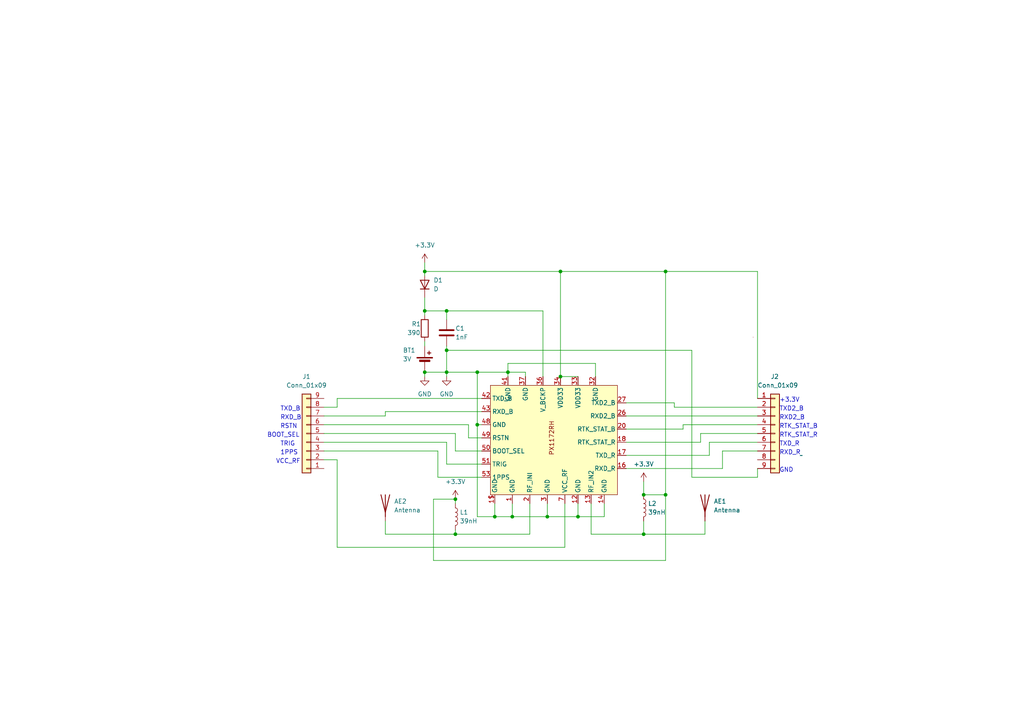
<source format=kicad_sch>
(kicad_sch (version 20230121) (generator eeschema)

  (uuid 2356b92f-407f-4e19-8c3e-465665545ff2)

  (paper "A4")

  (lib_symbols
    (symbol "Connector_Generic:Conn_01x09" (pin_names (offset 1.016) hide) (in_bom yes) (on_board yes)
      (property "Reference" "J" (at 0 12.7 0)
        (effects (font (size 1.27 1.27)))
      )
      (property "Value" "Conn_01x09" (at 0 -12.7 0)
        (effects (font (size 1.27 1.27)))
      )
      (property "Footprint" "" (at 0 0 0)
        (effects (font (size 1.27 1.27)) hide)
      )
      (property "Datasheet" "~" (at 0 0 0)
        (effects (font (size 1.27 1.27)) hide)
      )
      (property "ki_keywords" "connector" (at 0 0 0)
        (effects (font (size 1.27 1.27)) hide)
      )
      (property "ki_description" "Generic connector, single row, 01x09, script generated (kicad-library-utils/schlib/autogen/connector/)" (at 0 0 0)
        (effects (font (size 1.27 1.27)) hide)
      )
      (property "ki_fp_filters" "Connector*:*_1x??_*" (at 0 0 0)
        (effects (font (size 1.27 1.27)) hide)
      )
      (symbol "Conn_01x09_1_1"
        (rectangle (start -1.27 -10.033) (end 0 -10.287)
          (stroke (width 0.1524) (type default))
          (fill (type none))
        )
        (rectangle (start -1.27 -7.493) (end 0 -7.747)
          (stroke (width 0.1524) (type default))
          (fill (type none))
        )
        (rectangle (start -1.27 -4.953) (end 0 -5.207)
          (stroke (width 0.1524) (type default))
          (fill (type none))
        )
        (rectangle (start -1.27 -2.413) (end 0 -2.667)
          (stroke (width 0.1524) (type default))
          (fill (type none))
        )
        (rectangle (start -1.27 0.127) (end 0 -0.127)
          (stroke (width 0.1524) (type default))
          (fill (type none))
        )
        (rectangle (start -1.27 2.667) (end 0 2.413)
          (stroke (width 0.1524) (type default))
          (fill (type none))
        )
        (rectangle (start -1.27 5.207) (end 0 4.953)
          (stroke (width 0.1524) (type default))
          (fill (type none))
        )
        (rectangle (start -1.27 7.747) (end 0 7.493)
          (stroke (width 0.1524) (type default))
          (fill (type none))
        )
        (rectangle (start -1.27 10.287) (end 0 10.033)
          (stroke (width 0.1524) (type default))
          (fill (type none))
        )
        (rectangle (start -1.27 11.43) (end 1.27 -11.43)
          (stroke (width 0.254) (type default))
          (fill (type background))
        )
        (pin passive line (at -5.08 10.16 0) (length 3.81)
          (name "Pin_1" (effects (font (size 1.27 1.27))))
          (number "1" (effects (font (size 1.27 1.27))))
        )
        (pin passive line (at -5.08 7.62 0) (length 3.81)
          (name "Pin_2" (effects (font (size 1.27 1.27))))
          (number "2" (effects (font (size 1.27 1.27))))
        )
        (pin passive line (at -5.08 5.08 0) (length 3.81)
          (name "Pin_3" (effects (font (size 1.27 1.27))))
          (number "3" (effects (font (size 1.27 1.27))))
        )
        (pin passive line (at -5.08 2.54 0) (length 3.81)
          (name "Pin_4" (effects (font (size 1.27 1.27))))
          (number "4" (effects (font (size 1.27 1.27))))
        )
        (pin passive line (at -5.08 0 0) (length 3.81)
          (name "Pin_5" (effects (font (size 1.27 1.27))))
          (number "5" (effects (font (size 1.27 1.27))))
        )
        (pin passive line (at -5.08 -2.54 0) (length 3.81)
          (name "Pin_6" (effects (font (size 1.27 1.27))))
          (number "6" (effects (font (size 1.27 1.27))))
        )
        (pin passive line (at -5.08 -5.08 0) (length 3.81)
          (name "Pin_7" (effects (font (size 1.27 1.27))))
          (number "7" (effects (font (size 1.27 1.27))))
        )
        (pin passive line (at -5.08 -7.62 0) (length 3.81)
          (name "Pin_8" (effects (font (size 1.27 1.27))))
          (number "8" (effects (font (size 1.27 1.27))))
        )
        (pin passive line (at -5.08 -10.16 0) (length 3.81)
          (name "Pin_9" (effects (font (size 1.27 1.27))))
          (number "9" (effects (font (size 1.27 1.27))))
        )
      )
    )
    (symbol "Device:Antenna" (pin_numbers hide) (pin_names (offset 1.016) hide) (in_bom yes) (on_board yes)
      (property "Reference" "AE" (at -1.905 1.905 0)
        (effects (font (size 1.27 1.27)) (justify right))
      )
      (property "Value" "Antenna" (at -1.905 0 0)
        (effects (font (size 1.27 1.27)) (justify right))
      )
      (property "Footprint" "" (at 0 0 0)
        (effects (font (size 1.27 1.27)) hide)
      )
      (property "Datasheet" "~" (at 0 0 0)
        (effects (font (size 1.27 1.27)) hide)
      )
      (property "ki_keywords" "antenna" (at 0 0 0)
        (effects (font (size 1.27 1.27)) hide)
      )
      (property "ki_description" "Antenna" (at 0 0 0)
        (effects (font (size 1.27 1.27)) hide)
      )
      (symbol "Antenna_0_1"
        (polyline
          (pts
            (xy 0 2.54)
            (xy 0 -3.81)
          )
          (stroke (width 0.254) (type default))
          (fill (type none))
        )
        (polyline
          (pts
            (xy 1.27 2.54)
            (xy 0 -2.54)
            (xy -1.27 2.54)
          )
          (stroke (width 0.254) (type default))
          (fill (type none))
        )
      )
      (symbol "Antenna_1_1"
        (pin input line (at 0 -5.08 90) (length 2.54)
          (name "A" (effects (font (size 1.27 1.27))))
          (number "1" (effects (font (size 1.27 1.27))))
        )
      )
    )
    (symbol "Device:Battery_Cell" (pin_numbers hide) (pin_names (offset 0) hide) (in_bom yes) (on_board yes)
      (property "Reference" "BT1" (at -6.35 3.81 0)
        (effects (font (size 1.27 1.27)) (justify left))
      )
      (property "Value" "3V" (at -6.35 1.27 0)
        (effects (font (size 1.27 1.27)) (justify left))
      )
      (property "Footprint" "Gps:BAT_MS920SE-FL27E" (at 10.16 1.27 90)
        (effects (font (size 1.27 1.27)) hide)
      )
      (property "Datasheet" "~" (at 0 1.524 90)
        (effects (font (size 1.27 1.27)) hide)
      )
      (property "ki_keywords" "battery cell" (at 0 0 0)
        (effects (font (size 1.27 1.27)) hide)
      )
      (property "ki_description" "Single-cell battery" (at 0 0 0)
        (effects (font (size 1.27 1.27)) hide)
      )
      (symbol "Battery_Cell_0_1"
        (rectangle (start -2.286 1.778) (end 2.286 1.524)
          (stroke (width 0) (type default))
          (fill (type outline))
        )
        (rectangle (start -1.524 1.016) (end 1.524 0.508)
          (stroke (width 0) (type default))
          (fill (type outline))
        )
        (polyline
          (pts
            (xy 0 0.762)
            (xy 0 0)
          )
          (stroke (width 0) (type default))
          (fill (type none))
        )
        (polyline
          (pts
            (xy 0 1.778)
            (xy 0 2.54)
          )
          (stroke (width 0) (type default))
          (fill (type none))
        )
        (polyline
          (pts
            (xy 0.762 3.048)
            (xy 1.778 3.048)
          )
          (stroke (width 0.254) (type default))
          (fill (type none))
        )
        (polyline
          (pts
            (xy 1.27 3.556)
            (xy 1.27 2.54)
          )
          (stroke (width 0.254) (type default))
          (fill (type none))
        )
      )
      (symbol "Battery_Cell_1_1"
        (pin passive line (at 0 -2.54 90) (length 2.54)
          (name "-" (effects (font (size 1.27 1.27))))
          (number "N" (effects (font (size 1.27 1.27))))
        )
        (pin passive line (at 0 5.08 270) (length 2.54)
          (name "+" (effects (font (size 1.27 1.27))))
          (number "P" (effects (font (size 1.27 1.27))))
        )
      )
    )
    (symbol "Device:C" (pin_numbers hide) (pin_names (offset 0.254)) (in_bom yes) (on_board yes)
      (property "Reference" "C" (at 0.635 2.54 0)
        (effects (font (size 1.27 1.27)) (justify left))
      )
      (property "Value" "C" (at 0.635 -2.54 0)
        (effects (font (size 1.27 1.27)) (justify left))
      )
      (property "Footprint" "" (at 0.9652 -3.81 0)
        (effects (font (size 1.27 1.27)) hide)
      )
      (property "Datasheet" "~" (at 0 0 0)
        (effects (font (size 1.27 1.27)) hide)
      )
      (property "ki_keywords" "cap capacitor" (at 0 0 0)
        (effects (font (size 1.27 1.27)) hide)
      )
      (property "ki_description" "Unpolarized capacitor" (at 0 0 0)
        (effects (font (size 1.27 1.27)) hide)
      )
      (property "ki_fp_filters" "C_*" (at 0 0 0)
        (effects (font (size 1.27 1.27)) hide)
      )
      (symbol "C_0_1"
        (polyline
          (pts
            (xy -2.032 -0.762)
            (xy 2.032 -0.762)
          )
          (stroke (width 0.508) (type default))
          (fill (type none))
        )
        (polyline
          (pts
            (xy -2.032 0.762)
            (xy 2.032 0.762)
          )
          (stroke (width 0.508) (type default))
          (fill (type none))
        )
      )
      (symbol "C_1_1"
        (pin passive line (at 0 3.81 270) (length 2.794)
          (name "~" (effects (font (size 1.27 1.27))))
          (number "1" (effects (font (size 1.27 1.27))))
        )
        (pin passive line (at 0 -3.81 90) (length 2.794)
          (name "~" (effects (font (size 1.27 1.27))))
          (number "2" (effects (font (size 1.27 1.27))))
        )
      )
    )
    (symbol "Device:D" (pin_numbers hide) (pin_names (offset 1.016) hide) (in_bom yes) (on_board yes)
      (property "Reference" "D" (at 0 2.54 0)
        (effects (font (size 1.27 1.27)))
      )
      (property "Value" "D" (at 0 -2.54 0)
        (effects (font (size 1.27 1.27)))
      )
      (property "Footprint" "" (at 0 0 0)
        (effects (font (size 1.27 1.27)) hide)
      )
      (property "Datasheet" "~" (at 0 0 0)
        (effects (font (size 1.27 1.27)) hide)
      )
      (property "Sim.Device" "D" (at 0 0 0)
        (effects (font (size 1.27 1.27)) hide)
      )
      (property "Sim.Pins" "1=K 2=A" (at 0 0 0)
        (effects (font (size 1.27 1.27)) hide)
      )
      (property "ki_keywords" "diode" (at 0 0 0)
        (effects (font (size 1.27 1.27)) hide)
      )
      (property "ki_description" "Diode" (at 0 0 0)
        (effects (font (size 1.27 1.27)) hide)
      )
      (property "ki_fp_filters" "TO-???* *_Diode_* *SingleDiode* D_*" (at 0 0 0)
        (effects (font (size 1.27 1.27)) hide)
      )
      (symbol "D_0_1"
        (polyline
          (pts
            (xy -1.27 1.27)
            (xy -1.27 -1.27)
          )
          (stroke (width 0.254) (type default))
          (fill (type none))
        )
        (polyline
          (pts
            (xy 1.27 0)
            (xy -1.27 0)
          )
          (stroke (width 0) (type default))
          (fill (type none))
        )
        (polyline
          (pts
            (xy 1.27 1.27)
            (xy 1.27 -1.27)
            (xy -1.27 0)
            (xy 1.27 1.27)
          )
          (stroke (width 0.254) (type default))
          (fill (type none))
        )
      )
      (symbol "D_1_1"
        (pin passive line (at -3.81 0 0) (length 2.54)
          (name "K" (effects (font (size 1.27 1.27))))
          (number "1" (effects (font (size 1.27 1.27))))
        )
        (pin passive line (at 3.81 0 180) (length 2.54)
          (name "A" (effects (font (size 1.27 1.27))))
          (number "2" (effects (font (size 1.27 1.27))))
        )
      )
    )
    (symbol "Device:L" (pin_numbers hide) (pin_names (offset 1.016) hide) (in_bom yes) (on_board yes)
      (property "Reference" "L" (at -1.27 0 90)
        (effects (font (size 1.27 1.27)))
      )
      (property "Value" "L" (at 1.905 0 90)
        (effects (font (size 1.27 1.27)))
      )
      (property "Footprint" "" (at 0 0 0)
        (effects (font (size 1.27 1.27)) hide)
      )
      (property "Datasheet" "~" (at 0 0 0)
        (effects (font (size 1.27 1.27)) hide)
      )
      (property "ki_keywords" "inductor choke coil reactor magnetic" (at 0 0 0)
        (effects (font (size 1.27 1.27)) hide)
      )
      (property "ki_description" "Inductor" (at 0 0 0)
        (effects (font (size 1.27 1.27)) hide)
      )
      (property "ki_fp_filters" "Choke_* *Coil* Inductor_* L_*" (at 0 0 0)
        (effects (font (size 1.27 1.27)) hide)
      )
      (symbol "L_0_1"
        (arc (start 0 -2.54) (mid 0.6323 -1.905) (end 0 -1.27)
          (stroke (width 0) (type default))
          (fill (type none))
        )
        (arc (start 0 -1.27) (mid 0.6323 -0.635) (end 0 0)
          (stroke (width 0) (type default))
          (fill (type none))
        )
        (arc (start 0 0) (mid 0.6323 0.635) (end 0 1.27)
          (stroke (width 0) (type default))
          (fill (type none))
        )
        (arc (start 0 1.27) (mid 0.6323 1.905) (end 0 2.54)
          (stroke (width 0) (type default))
          (fill (type none))
        )
      )
      (symbol "L_1_1"
        (pin passive line (at 0 3.81 270) (length 1.27)
          (name "1" (effects (font (size 1.27 1.27))))
          (number "1" (effects (font (size 1.27 1.27))))
        )
        (pin passive line (at 0 -3.81 90) (length 1.27)
          (name "2" (effects (font (size 1.27 1.27))))
          (number "2" (effects (font (size 1.27 1.27))))
        )
      )
    )
    (symbol "Device:R" (pin_numbers hide) (pin_names (offset 0)) (in_bom yes) (on_board yes)
      (property "Reference" "R" (at 2.032 0 90)
        (effects (font (size 1.27 1.27)))
      )
      (property "Value" "R" (at 0 0 90)
        (effects (font (size 1.27 1.27)))
      )
      (property "Footprint" "" (at -1.778 0 90)
        (effects (font (size 1.27 1.27)) hide)
      )
      (property "Datasheet" "~" (at 0 0 0)
        (effects (font (size 1.27 1.27)) hide)
      )
      (property "ki_keywords" "R res resistor" (at 0 0 0)
        (effects (font (size 1.27 1.27)) hide)
      )
      (property "ki_description" "Resistor" (at 0 0 0)
        (effects (font (size 1.27 1.27)) hide)
      )
      (property "ki_fp_filters" "R_*" (at 0 0 0)
        (effects (font (size 1.27 1.27)) hide)
      )
      (symbol "R_0_1"
        (rectangle (start -1.016 -2.54) (end 1.016 2.54)
          (stroke (width 0.254) (type default))
          (fill (type none))
        )
      )
      (symbol "R_1_1"
        (pin passive line (at 0 3.81 270) (length 1.27)
          (name "~" (effects (font (size 1.27 1.27))))
          (number "1" (effects (font (size 1.27 1.27))))
        )
        (pin passive line (at 0 -3.81 90) (length 1.27)
          (name "~" (effects (font (size 1.27 1.27))))
          (number "2" (effects (font (size 1.27 1.27))))
        )
      )
    )
    (symbol "GPS:PX1172RH" (in_bom yes) (on_board yes)
      (property "Reference" "U1" (at 53.34 24.7081 0)
        (effects (font (size 1.27 1.27)) hide)
      )
      (property "Value" "~" (at 64.77 5.08 0)
        (effects (font (size 1.27 1.27)))
      )
      (property "Footprint" "Gps:PX1172RH" (at 64.77 5.08 0)
        (effects (font (size 1.27 1.27)) hide)
      )
      (property "Datasheet" "" (at 64.77 5.08 0)
        (effects (font (size 1.27 1.27)) hide)
      )
      (symbol "PX1172RH_0_1"
        (rectangle (start 50.8 39.37) (end 50.8 39.37)
          (stroke (width 0) (type default))
          (fill (type none))
        )
      )
      (symbol "PX1172RH_1_1"
        (rectangle (start -25.4 25.4) (end 11.43 -6.35)
          (stroke (width 0) (type default))
          (fill (type background))
        )
        (text "PX1172RH" (at -7.62 10.16 900)
          (effects (font (size 1.27 1.27)))
        )
        (pin power_in line (at -19.05 -8.89 90) (length 2.54)
          (name "GND" (effects (font (size 1.27 1.27))))
          (number "1" (effects (font (size 1.27 1.27))))
        )
        (pin passive line (at -24.13 -8.89 90) (length 2.54)
          (name "GND" (effects (font (size 1.27 1.27))))
          (number "1$" (effects (font (size 1.27 1.27))))
        )
        (pin input line (at 0 -8.89 90) (length 2.54)
          (name "GND" (effects (font (size 1.27 1.27))))
          (number "12" (effects (font (size 1.27 1.27))))
        )
        (pin input line (at 3.81 -8.89 90) (length 2.54)
          (name "RF_IN2" (effects (font (size 1.27 1.27))))
          (number "13" (effects (font (size 1.27 1.27))))
        )
        (pin input line (at 7.62 -8.89 90) (length 2.54)
          (name "GND" (effects (font (size 1.27 1.27))))
          (number "14" (effects (font (size 1.27 1.27))))
        )
        (pin input line (at 13.97 1.27 180) (length 2.54)
          (name "RXD_R" (effects (font (size 1.27 1.27))))
          (number "16" (effects (font (size 1.27 1.27))))
        )
        (pin input line (at 13.97 5.08 180) (length 2.54)
          (name "TXD_R" (effects (font (size 1.27 1.27))))
          (number "17" (effects (font (size 1.27 1.27))))
        )
        (pin power_in line (at 13.97 8.89 180) (length 2.54)
          (name "RTK_STAT_R" (effects (font (size 1.27 1.27))))
          (number "18" (effects (font (size 1.27 1.27))))
        )
        (pin input line (at -13.97 -8.89 90) (length 2.54)
          (name "RF_INI" (effects (font (size 1.27 1.27))))
          (number "2" (effects (font (size 1.27 1.27))))
        )
        (pin power_in line (at 13.97 12.7 180) (length 2.54)
          (name "RTK_STAT_B" (effects (font (size 1.27 1.27))))
          (number "20" (effects (font (size 1.27 1.27))))
        )
        (pin input line (at 13.97 16.51 180) (length 2.54)
          (name "RXD2_B" (effects (font (size 1.27 1.27))))
          (number "26" (effects (font (size 1.27 1.27))))
        )
        (pin power_in line (at 13.97 20.32 180) (length 2.54)
          (name "TXD2_B" (effects (font (size 1.27 1.27))))
          (number "27" (effects (font (size 1.27 1.27))))
        )
        (pin input line (at -8.89 -8.89 90) (length 2.54)
          (name "GND" (effects (font (size 1.27 1.27))))
          (number "3" (effects (font (size 1.27 1.27))))
        )
        (pin input line (at 5.08 27.94 270) (length 2.54)
          (name "GND" (effects (font (size 1.27 1.27))))
          (number "32" (effects (font (size 1.27 1.27))))
        )
        (pin input line (at 0 27.94 270) (length 2.54)
          (name "VDD33" (effects (font (size 1.27 1.27))))
          (number "33" (effects (font (size 1.27 1.27))))
        )
        (pin input line (at -5.08 27.94 270) (length 2.54)
          (name "VDD33" (effects (font (size 1.27 1.27))))
          (number "34" (effects (font (size 1.27 1.27))))
        )
        (pin input line (at -10.16 27.94 270) (length 2.54)
          (name "V_BCKP" (effects (font (size 1.27 1.27))))
          (number "36" (effects (font (size 1.27 1.27))))
        )
        (pin input line (at -15.24 27.94 270) (length 2.54)
          (name "GND" (effects (font (size 1.27 1.27))))
          (number "37" (effects (font (size 1.27 1.27))))
        )
        (pin input line (at -20.32 27.94 270) (length 2.54)
          (name "GND" (effects (font (size 1.27 1.27))))
          (number "41" (effects (font (size 1.27 1.27))))
        )
        (pin output line (at -27.94 21.59 0) (length 2.54)
          (name "TXD_B" (effects (font (size 1.27 1.27))))
          (number "42" (effects (font (size 1.27 1.27))))
        )
        (pin input line (at -27.94 17.78 0) (length 2.54)
          (name "RXD_B" (effects (font (size 1.27 1.27))))
          (number "43" (effects (font (size 1.27 1.27))))
        )
        (pin input line (at -27.94 13.97 0) (length 2.54)
          (name "GND" (effects (font (size 1.27 1.27))))
          (number "48" (effects (font (size 1.27 1.27))))
        )
        (pin input line (at -27.94 10.16 0) (length 2.54)
          (name "RSTN" (effects (font (size 1.27 1.27))))
          (number "49" (effects (font (size 1.27 1.27))))
        )
        (pin input line (at -27.94 6.35 0) (length 2.54)
          (name "BOOT_SEL" (effects (font (size 1.27 1.27))))
          (number "50" (effects (font (size 1.27 1.27))))
        )
        (pin input line (at -27.94 2.54 0) (length 2.54)
          (name "TRIG" (effects (font (size 1.27 1.27))))
          (number "51" (effects (font (size 1.27 1.27))))
        )
        (pin input line (at -27.94 -1.27 0) (length 2.54)
          (name "1PPS" (effects (font (size 1.27 1.27))))
          (number "53" (effects (font (size 1.27 1.27))))
        )
        (pin input line (at -3.81 -8.89 90) (length 2.54)
          (name "VCC_RF" (effects (font (size 1.27 1.27))))
          (number "7" (effects (font (size 1.27 1.27))))
        )
      )
    )
    (symbol "power:+3.3V" (power) (pin_names (offset 0)) (in_bom yes) (on_board yes)
      (property "Reference" "#PWR" (at 0 -3.81 0)
        (effects (font (size 1.27 1.27)) hide)
      )
      (property "Value" "+3.3V" (at 0 3.556 0)
        (effects (font (size 1.27 1.27)))
      )
      (property "Footprint" "" (at 0 0 0)
        (effects (font (size 1.27 1.27)) hide)
      )
      (property "Datasheet" "" (at 0 0 0)
        (effects (font (size 1.27 1.27)) hide)
      )
      (property "ki_keywords" "global power" (at 0 0 0)
        (effects (font (size 1.27 1.27)) hide)
      )
      (property "ki_description" "Power symbol creates a global label with name \"+3.3V\"" (at 0 0 0)
        (effects (font (size 1.27 1.27)) hide)
      )
      (symbol "+3.3V_0_1"
        (polyline
          (pts
            (xy -0.762 1.27)
            (xy 0 2.54)
          )
          (stroke (width 0) (type default))
          (fill (type none))
        )
        (polyline
          (pts
            (xy 0 0)
            (xy 0 2.54)
          )
          (stroke (width 0) (type default))
          (fill (type none))
        )
        (polyline
          (pts
            (xy 0 2.54)
            (xy 0.762 1.27)
          )
          (stroke (width 0) (type default))
          (fill (type none))
        )
      )
      (symbol "+3.3V_1_1"
        (pin power_in line (at 0 0 90) (length 0) hide
          (name "+3.3V" (effects (font (size 1.27 1.27))))
          (number "1" (effects (font (size 1.27 1.27))))
        )
      )
    )
    (symbol "power:GND" (power) (pin_names (offset 0)) (in_bom yes) (on_board yes)
      (property "Reference" "#PWR" (at 0 -6.35 0)
        (effects (font (size 1.27 1.27)) hide)
      )
      (property "Value" "GND" (at 0 -3.81 0)
        (effects (font (size 1.27 1.27)))
      )
      (property "Footprint" "" (at 0 0 0)
        (effects (font (size 1.27 1.27)) hide)
      )
      (property "Datasheet" "" (at 0 0 0)
        (effects (font (size 1.27 1.27)) hide)
      )
      (property "ki_keywords" "global power" (at 0 0 0)
        (effects (font (size 1.27 1.27)) hide)
      )
      (property "ki_description" "Power symbol creates a global label with name \"GND\" , ground" (at 0 0 0)
        (effects (font (size 1.27 1.27)) hide)
      )
      (symbol "GND_0_1"
        (polyline
          (pts
            (xy 0 0)
            (xy 0 -1.27)
            (xy 1.27 -1.27)
            (xy 0 -2.54)
            (xy -1.27 -1.27)
            (xy 0 -1.27)
          )
          (stroke (width 0) (type default))
          (fill (type none))
        )
      )
      (symbol "GND_1_1"
        (pin power_in line (at 0 0 270) (length 0) hide
          (name "GND" (effects (font (size 1.27 1.27))))
          (number "1" (effects (font (size 1.27 1.27))))
        )
      )
    )
  )

  (junction (at 132.08 154.94) (diameter 0) (color 0 0 0 0)
    (uuid 09b400fe-76d7-4daa-a92d-e9871b6dccb0)
  )
  (junction (at 193.04 78.74) (diameter 0) (color 0 0 0 0)
    (uuid 155592f7-fd38-464b-adff-d42cd932c837)
  )
  (junction (at 158.75 149.86) (diameter 0) (color 0 0 0 0)
    (uuid 1f76b517-be01-42ef-a964-86c99d4030d2)
  )
  (junction (at 129.54 90.17) (diameter 0) (color 0 0 0 0)
    (uuid 24777040-85ca-4947-8798-09b264ba0413)
  )
  (junction (at 129.54 107.95) (diameter 0) (color 0 0 0 0)
    (uuid 2d929422-e472-440e-aa51-c198bc2c4141)
  )
  (junction (at 186.69 154.94) (diameter 0) (color 0 0 0 0)
    (uuid 3599bae6-0950-4729-8d11-d3dfce779dd8)
  )
  (junction (at 148.59 149.86) (diameter 0) (color 0 0 0 0)
    (uuid 37798682-1f38-4ca5-9343-4380ac774c6b)
  )
  (junction (at 123.19 107.95) (diameter 0) (color 0 0 0 0)
    (uuid 41043111-f528-4361-893c-16e4de76f141)
  )
  (junction (at 129.54 101.6) (diameter 0) (color 0 0 0 0)
    (uuid 507ae460-cccc-49d7-af6e-388fa29ee56c)
  )
  (junction (at 193.04 143.51) (diameter 0) (color 0 0 0 0)
    (uuid 639fee5b-d37c-4882-8add-fa13e3e67d4c)
  )
  (junction (at 162.56 78.74) (diameter 0) (color 0 0 0 0)
    (uuid 64dbdee1-9e39-4251-b0c6-b6ff70d23d1e)
  )
  (junction (at 143.51 149.86) (diameter 0) (color 0 0 0 0)
    (uuid 7aea70c5-156e-41a3-8cff-a7c16b9c3548)
  )
  (junction (at 186.69 143.51) (diameter 0) (color 0 0 0 0)
    (uuid 7e48e672-6f52-4091-b631-a235c76d3f19)
  )
  (junction (at 147.32 107.95) (diameter 0) (color 0 0 0 0)
    (uuid 7f5966d5-b445-410c-a819-19ecdc12d94e)
  )
  (junction (at 138.43 107.95) (diameter 0) (color 0 0 0 0)
    (uuid 81750810-c373-4b3f-8a09-b485c58b2574)
  )
  (junction (at 162.56 109.22) (diameter 0) (color 0 0 0 0)
    (uuid a13a4f28-2052-46b7-93aa-2eb88c113f64)
  )
  (junction (at 132.08 144.78) (diameter 0) (color 0 0 0 0)
    (uuid af31a8d9-6109-4b25-9e90-2f31287412f1)
  )
  (junction (at 138.43 123.19) (diameter 0) (color 0 0 0 0)
    (uuid b9643f33-c3dd-414f-8819-c2fae22ce5ef)
  )
  (junction (at 123.19 78.74) (diameter 0) (color 0 0 0 0)
    (uuid cb5728dd-2634-49be-adfb-f87e7a4f9b7e)
  )
  (junction (at 167.64 149.86) (diameter 0) (color 0 0 0 0)
    (uuid d47d6cf4-201d-4b81-85ff-654017e74b71)
  )
  (junction (at 123.19 90.17) (diameter 0) (color 0 0 0 0)
    (uuid fbfaf244-18a0-467c-b3f9-28c0cfe0599a)
  )

  (wire (pts (xy 204.47 154.94) (xy 204.47 151.13))
    (stroke (width 0) (type default))
    (uuid 05199bcf-f546-4122-a5a7-db433c4978c4)
  )
  (wire (pts (xy 111.76 119.38) (xy 139.7 119.38))
    (stroke (width 0) (type default))
    (uuid 05bec674-8e01-473e-93a0-89f6edabb9e0)
  )
  (wire (pts (xy 205.74 128.27) (xy 219.71 128.27))
    (stroke (width 0) (type default))
    (uuid 05bf7d60-6430-4be0-86b8-2aacb6b555d4)
  )
  (wire (pts (xy 97.79 158.75) (xy 97.79 133.35))
    (stroke (width 0) (type default))
    (uuid 08928b50-d974-4b91-86e9-5bac7822cc6e)
  )
  (wire (pts (xy 129.54 100.33) (xy 129.54 101.6))
    (stroke (width 0) (type default))
    (uuid 09577c24-21e1-403c-bc5e-ea6a1ee9e91d)
  )
  (wire (pts (xy 127 130.81) (xy 93.98 130.81))
    (stroke (width 0) (type default))
    (uuid 0ca82848-8607-4b16-a143-3373265bed8b)
  )
  (wire (pts (xy 209.55 130.81) (xy 219.71 130.81))
    (stroke (width 0) (type default))
    (uuid 0ff0d2a6-1338-4bd6-9710-0b9219fc15f2)
  )
  (wire (pts (xy 123.19 107.95) (xy 123.19 109.22))
    (stroke (width 0) (type default))
    (uuid 13cdcde4-99c5-47ba-9caf-2b1a18b97523)
  )
  (wire (pts (xy 125.73 162.56) (xy 193.04 162.56))
    (stroke (width 0) (type default))
    (uuid 16da4482-b6b0-4e36-8e4d-343b3bca3808)
  )
  (wire (pts (xy 139.7 123.19) (xy 138.43 123.19))
    (stroke (width 0) (type default))
    (uuid 1e0b23dd-3a80-4fae-9085-dcbec37e94c2)
  )
  (wire (pts (xy 175.26 146.05) (xy 175.26 149.86))
    (stroke (width 0) (type default))
    (uuid 2208b04b-39f2-4cb9-9ebf-72d4caba35a0)
  )
  (wire (pts (xy 163.83 146.05) (xy 163.83 158.75))
    (stroke (width 0) (type default))
    (uuid 23a29ae3-9f13-41f5-8387-3afe6abc50a3)
  )
  (wire (pts (xy 158.75 146.05) (xy 158.75 149.86))
    (stroke (width 0) (type default))
    (uuid 2505df53-7794-45ab-b19e-60d0154e7aa4)
  )
  (wire (pts (xy 181.61 116.84) (xy 195.58 116.84))
    (stroke (width 0) (type default))
    (uuid 267ff8e8-ef95-49c8-a849-1a2ec0b4669e)
  )
  (wire (pts (xy 181.61 132.08) (xy 205.74 132.08))
    (stroke (width 0) (type default))
    (uuid 2bdfec5a-0a12-49b3-a0b3-7c63ad426dc0)
  )
  (wire (pts (xy 93.98 125.73) (xy 132.08 125.73))
    (stroke (width 0) (type default))
    (uuid 2e4d32c5-b49c-4562-854c-3a3529b0a3d5)
  )
  (wire (pts (xy 123.19 78.74) (xy 162.56 78.74))
    (stroke (width 0) (type default))
    (uuid 368e3caa-fbd7-4312-9f0e-15ada851c0db)
  )
  (wire (pts (xy 123.19 90.17) (xy 123.19 91.44))
    (stroke (width 0) (type default))
    (uuid 3a0339d9-244c-4d5c-aee5-61db57af3923)
  )
  (wire (pts (xy 198.12 124.46) (xy 198.12 123.19))
    (stroke (width 0) (type default))
    (uuid 3c722bae-7d6f-43a9-84de-6aa553a496dc)
  )
  (wire (pts (xy 200.66 101.6) (xy 129.54 101.6))
    (stroke (width 0) (type default))
    (uuid 3e3e004a-92f6-4750-a9b7-effcae756c81)
  )
  (wire (pts (xy 129.54 90.17) (xy 129.54 92.71))
    (stroke (width 0) (type default))
    (uuid 3ec769ea-b8a7-464b-81aa-32c3fe72605b)
  )
  (wire (pts (xy 97.79 133.35) (xy 93.98 133.35))
    (stroke (width 0) (type default))
    (uuid 41e4e6fc-1aa4-4d3a-b34f-e85fbcfea6f4)
  )
  (wire (pts (xy 132.08 154.94) (xy 111.76 154.94))
    (stroke (width 0) (type default))
    (uuid 45b6c06f-6170-4d54-afe9-baba7b208bd4)
  )
  (wire (pts (xy 139.7 127) (xy 135.89 127))
    (stroke (width 0) (type default))
    (uuid 45d2f3c4-1b01-4581-b2ed-7888cb4de421)
  )
  (wire (pts (xy 123.19 78.74) (xy 123.19 80.01))
    (stroke (width 0) (type default))
    (uuid 47dc44c9-89e7-42f1-9bce-9d0aa62c3b3d)
  )
  (wire (pts (xy 148.59 149.86) (xy 148.59 146.05))
    (stroke (width 0) (type default))
    (uuid 49345ea2-00e4-40ed-8514-1665ef238025)
  )
  (wire (pts (xy 132.08 146.05) (xy 132.08 144.78))
    (stroke (width 0) (type default))
    (uuid 4b1dcce7-931c-48b5-9aa4-61faff727348)
  )
  (wire (pts (xy 209.55 135.89) (xy 209.55 130.81))
    (stroke (width 0) (type default))
    (uuid 4bda6b13-0d16-48f4-a1c8-cb942199fcfb)
  )
  (wire (pts (xy 193.04 78.74) (xy 162.56 78.74))
    (stroke (width 0) (type default))
    (uuid 4cf3681a-e104-45e0-92d4-eb233a489530)
  )
  (wire (pts (xy 125.73 144.78) (xy 125.73 162.56))
    (stroke (width 0) (type default))
    (uuid 50f51d1a-81cf-4b9c-bc49-eb8d39195a16)
  )
  (wire (pts (xy 219.71 115.57) (xy 219.71 78.74))
    (stroke (width 0) (type default))
    (uuid 54826627-4a7a-4337-9d59-cce2d4a09639)
  )
  (wire (pts (xy 181.61 128.27) (xy 203.2 128.27))
    (stroke (width 0) (type default))
    (uuid 54c71017-6a67-4179-a9b4-a79ae2164039)
  )
  (wire (pts (xy 200.66 101.6) (xy 200.66 138.43))
    (stroke (width 0) (type default))
    (uuid 56841218-f682-437b-9768-3ff157a26997)
  )
  (wire (pts (xy 203.2 128.27) (xy 203.2 125.73))
    (stroke (width 0) (type default))
    (uuid 5bd44384-cf2f-4456-a03e-b856883e87ac)
  )
  (wire (pts (xy 153.67 154.94) (xy 153.67 146.05))
    (stroke (width 0) (type default))
    (uuid 5de9cdda-e2fd-4257-9c37-a2a57c2906c6)
  )
  (wire (pts (xy 132.08 154.94) (xy 153.67 154.94))
    (stroke (width 0) (type default))
    (uuid 5e5b5d03-c46b-4ab1-9462-f91b924e2c09)
  )
  (wire (pts (xy 186.69 151.13) (xy 186.69 154.94))
    (stroke (width 0) (type default))
    (uuid 616bfe0b-d188-438a-88cf-15e6902f3fc4)
  )
  (wire (pts (xy 200.66 138.43) (xy 219.71 138.43))
    (stroke (width 0) (type default))
    (uuid 61e05fff-ce47-4fc6-ab65-3d4dcbfa8fae)
  )
  (wire (pts (xy 152.4 107.95) (xy 147.32 107.95))
    (stroke (width 0) (type default))
    (uuid 641af37d-fe8d-4b53-9b0e-c197c7dcbb0d)
  )
  (wire (pts (xy 123.19 86.36) (xy 123.19 90.17))
    (stroke (width 0) (type default))
    (uuid 662a490e-2a56-49fa-a384-a5cf66a6dd15)
  )
  (wire (pts (xy 138.43 107.95) (xy 138.43 123.19))
    (stroke (width 0) (type default))
    (uuid 692053e2-591e-492a-9493-d8df617c48ea)
  )
  (wire (pts (xy 129.54 107.95) (xy 129.54 109.22))
    (stroke (width 0) (type default))
    (uuid 6b116b49-1576-4b73-bc90-6b28bef9089b)
  )
  (wire (pts (xy 138.43 107.95) (xy 129.54 107.95))
    (stroke (width 0) (type default))
    (uuid 6b7a8250-26a9-4d13-87da-93bb7e7b5a3c)
  )
  (wire (pts (xy 132.08 153.67) (xy 132.08 154.94))
    (stroke (width 0) (type default))
    (uuid 6cd14be5-1347-4d0b-b87b-130e56ae5d36)
  )
  (wire (pts (xy 93.98 118.11) (xy 97.79 118.11))
    (stroke (width 0) (type default))
    (uuid 6d0aa1e5-f6d2-4e51-a898-47beb9013ccc)
  )
  (wire (pts (xy 129.54 134.62) (xy 129.54 128.27))
    (stroke (width 0) (type default))
    (uuid 6f8501ec-c938-49d9-90ca-6125c534e502)
  )
  (wire (pts (xy 181.61 120.65) (xy 219.71 120.65))
    (stroke (width 0) (type default))
    (uuid 6fbe7e4c-fe84-4edd-9842-0a0901e8ff71)
  )
  (wire (pts (xy 143.51 146.05) (xy 143.51 149.86))
    (stroke (width 0) (type default))
    (uuid 6fe31a3b-7841-4442-a4b9-bc08eb077b7a)
  )
  (wire (pts (xy 157.48 90.17) (xy 157.48 109.22))
    (stroke (width 0) (type default))
    (uuid 7380e3cb-2b90-479d-b056-48fe3c8d874c)
  )
  (wire (pts (xy 135.89 123.19) (xy 93.98 123.19))
    (stroke (width 0) (type default))
    (uuid 75164842-a410-4163-9389-fc241e8e0035)
  )
  (wire (pts (xy 138.43 149.86) (xy 143.51 149.86))
    (stroke (width 0) (type default))
    (uuid 76747616-2752-4081-adb1-b27741bf130c)
  )
  (wire (pts (xy 158.75 149.86) (xy 167.64 149.86))
    (stroke (width 0) (type default))
    (uuid 77ee2a4a-7bfa-46bc-955a-6baf5dbe36d8)
  )
  (wire (pts (xy 147.32 107.95) (xy 138.43 107.95))
    (stroke (width 0) (type default))
    (uuid 78383603-26b9-4fcd-9946-8ef808e003b8)
  )
  (wire (pts (xy 152.4 109.22) (xy 152.4 107.95))
    (stroke (width 0) (type default))
    (uuid 7a27981d-b8cf-487b-a17f-86bf4f327d6b)
  )
  (wire (pts (xy 147.32 105.41) (xy 147.32 107.95))
    (stroke (width 0) (type default))
    (uuid 7c85c77a-6bee-4121-aee9-eefe64b3c754)
  )
  (wire (pts (xy 139.7 138.43) (xy 127 138.43))
    (stroke (width 0) (type default))
    (uuid 7ee49338-a32f-4d6d-bba0-596af3892df1)
  )
  (wire (pts (xy 123.19 76.2) (xy 123.19 78.74))
    (stroke (width 0) (type default))
    (uuid 82b2ea4a-8409-48c7-9710-3315d16abaac)
  )
  (wire (pts (xy 195.58 116.84) (xy 195.58 118.11))
    (stroke (width 0) (type default))
    (uuid 86747864-f38d-405c-9f11-0e8a2e8eaab6)
  )
  (wire (pts (xy 162.56 109.22) (xy 162.56 78.74))
    (stroke (width 0) (type default))
    (uuid 8696e69b-e7f9-4448-8e5d-ad7e50dd5d42)
  )
  (wire (pts (xy 111.76 154.94) (xy 111.76 151.13))
    (stroke (width 0) (type default))
    (uuid 88dbe359-14f7-4d87-8804-f9b7717c7e01)
  )
  (wire (pts (xy 127 138.43) (xy 127 130.81))
    (stroke (width 0) (type default))
    (uuid 8f92867f-f8f7-40a1-98f4-cc1f7f6de730)
  )
  (wire (pts (xy 175.26 149.86) (xy 167.64 149.86))
    (stroke (width 0) (type default))
    (uuid 90409648-3c6b-4ee5-9d7f-d31985b1d074)
  )
  (wire (pts (xy 219.71 78.74) (xy 193.04 78.74))
    (stroke (width 0) (type default))
    (uuid 916b37f7-20b7-40de-b0fe-9582e58c040b)
  )
  (wire (pts (xy 143.51 149.86) (xy 148.59 149.86))
    (stroke (width 0) (type default))
    (uuid 919cdbe2-ed82-4fd7-9e34-f46330e12e58)
  )
  (wire (pts (xy 172.72 109.22) (xy 172.72 105.41))
    (stroke (width 0) (type default))
    (uuid 99b00925-a763-4ea5-9d3a-730b31014a50)
  )
  (wire (pts (xy 129.54 128.27) (xy 93.98 128.27))
    (stroke (width 0) (type default))
    (uuid 9ceeb965-22d0-4218-9538-adef9b957b3a)
  )
  (wire (pts (xy 97.79 118.11) (xy 97.79 115.57))
    (stroke (width 0) (type default))
    (uuid a0c843e5-535e-447d-a529-947bce9243ef)
  )
  (wire (pts (xy 171.45 154.94) (xy 171.45 146.05))
    (stroke (width 0) (type default))
    (uuid a9855473-a60d-4173-b893-1ab30bf420bf)
  )
  (wire (pts (xy 135.89 127) (xy 135.89 123.19))
    (stroke (width 0) (type default))
    (uuid b16629b9-6842-4353-a3a1-48a74a04909e)
  )
  (wire (pts (xy 219.71 138.43) (xy 219.71 135.89))
    (stroke (width 0) (type default))
    (uuid b3a93dde-a82c-4755-9572-02b696651e50)
  )
  (wire (pts (xy 186.69 154.94) (xy 171.45 154.94))
    (stroke (width 0) (type default))
    (uuid b5df5b71-7651-4193-9698-e26ba7b75b5f)
  )
  (wire (pts (xy 97.79 115.57) (xy 139.7 115.57))
    (stroke (width 0) (type default))
    (uuid ba4e70ed-d54d-4554-8fe7-90b4afa9c17e)
  )
  (wire (pts (xy 198.12 123.19) (xy 219.71 123.19))
    (stroke (width 0) (type default))
    (uuid bcd06ae4-7066-434f-97e9-ef6ecc1dc725)
  )
  (wire (pts (xy 181.61 124.46) (xy 198.12 124.46))
    (stroke (width 0) (type default))
    (uuid bd97b271-225e-437e-be48-01ed8414e2d6)
  )
  (wire (pts (xy 193.04 143.51) (xy 193.04 162.56))
    (stroke (width 0) (type default))
    (uuid bdd1f956-4d42-40cb-9b34-871e4ae287cf)
  )
  (wire (pts (xy 195.58 118.11) (xy 219.71 118.11))
    (stroke (width 0) (type default))
    (uuid bfb7df73-460b-4cf3-89da-2604bf50567e)
  )
  (wire (pts (xy 132.08 130.81) (xy 132.08 125.73))
    (stroke (width 0) (type default))
    (uuid c0df227c-2d47-444b-a240-0c3174a243a4)
  )
  (wire (pts (xy 158.75 149.86) (xy 148.59 149.86))
    (stroke (width 0) (type default))
    (uuid c4168708-521c-4fff-b894-7972ec1b0747)
  )
  (wire (pts (xy 123.19 99.06) (xy 123.19 100.33))
    (stroke (width 0) (type default))
    (uuid c4a49437-f361-4d0b-b577-71ef57b5e021)
  )
  (wire (pts (xy 186.69 139.7) (xy 186.69 143.51))
    (stroke (width 0) (type default))
    (uuid c5818215-03bb-4327-97e3-0b77b7a07217)
  )
  (wire (pts (xy 186.69 143.51) (xy 193.04 143.51))
    (stroke (width 0) (type default))
    (uuid c6269385-3192-4b76-a021-362017730d62)
  )
  (wire (pts (xy 172.72 105.41) (xy 147.32 105.41))
    (stroke (width 0) (type default))
    (uuid cbceddfd-0a50-4cfe-b003-a11915f5d6ce)
  )
  (wire (pts (xy 129.54 90.17) (xy 157.48 90.17))
    (stroke (width 0) (type default))
    (uuid d1c821a7-0cc7-4370-aec7-9f3bf44c90cf)
  )
  (wire (pts (xy 167.64 146.05) (xy 167.64 149.86))
    (stroke (width 0) (type default))
    (uuid d2ad9391-c090-4cf4-a7a8-7ef80c82cb7e)
  )
  (wire (pts (xy 139.7 130.81) (xy 132.08 130.81))
    (stroke (width 0) (type default))
    (uuid d54665d4-f591-409a-bf99-de9020f8e812)
  )
  (wire (pts (xy 205.74 132.08) (xy 205.74 128.27))
    (stroke (width 0) (type default))
    (uuid d72180fe-22a5-4566-8060-f559dbd67365)
  )
  (wire (pts (xy 138.43 123.19) (xy 138.43 149.86))
    (stroke (width 0) (type default))
    (uuid d889bff5-cd2a-4358-8ff2-fe0b89e0aa57)
  )
  (wire (pts (xy 162.56 109.22) (xy 167.64 109.22))
    (stroke (width 0) (type default))
    (uuid dc13d057-1a5f-41dd-acd8-d242c9805671)
  )
  (wire (pts (xy 203.2 125.73) (xy 219.71 125.73))
    (stroke (width 0) (type default))
    (uuid de3e2bbe-fc02-448e-90fa-673b62b0d1e3)
  )
  (wire (pts (xy 186.69 154.94) (xy 204.47 154.94))
    (stroke (width 0) (type default))
    (uuid e0086c9e-0757-4ccc-9fbd-25d6693f2813)
  )
  (wire (pts (xy 163.83 158.75) (xy 97.79 158.75))
    (stroke (width 0) (type default))
    (uuid e023e27a-23df-4b47-980d-fb9b5b7ad64c)
  )
  (wire (pts (xy 129.54 101.6) (xy 129.54 107.95))
    (stroke (width 0) (type default))
    (uuid e4e9c64c-0945-44f6-bcf8-6fc2f1424117)
  )
  (wire (pts (xy 123.19 107.95) (xy 129.54 107.95))
    (stroke (width 0) (type default))
    (uuid e5a1c459-ab3e-435b-b586-6b8a756c3ced)
  )
  (wire (pts (xy 111.76 120.65) (xy 111.76 119.38))
    (stroke (width 0) (type default))
    (uuid e6328826-90e4-48b8-90c3-0deada32fb71)
  )
  (wire (pts (xy 111.76 120.65) (xy 93.98 120.65))
    (stroke (width 0) (type default))
    (uuid e81e9e59-a35c-4965-b541-521ef98aa16f)
  )
  (wire (pts (xy 129.54 90.17) (xy 123.19 90.17))
    (stroke (width 0) (type default))
    (uuid e9d194d2-29db-4f96-af70-e743b984dd7a)
  )
  (wire (pts (xy 181.61 135.89) (xy 209.55 135.89))
    (stroke (width 0) (type default))
    (uuid eac29940-070f-497c-8199-1e18c3695182)
  )
  (wire (pts (xy 147.32 107.95) (xy 147.32 109.22))
    (stroke (width 0) (type default))
    (uuid ed3f1457-6246-4fde-bde4-356cf1ed706b)
  )
  (wire (pts (xy 139.7 134.62) (xy 129.54 134.62))
    (stroke (width 0) (type default))
    (uuid fa15058e-d810-4629-8fe4-a40c7094f618)
  )
  (wire (pts (xy 193.04 78.74) (xy 193.04 143.51))
    (stroke (width 0) (type default))
    (uuid fea729bb-1adb-495a-a114-bfb508b63651)
  )
  (wire (pts (xy 132.08 144.78) (xy 125.73 144.78))
    (stroke (width 0) (type default))
    (uuid ff46a41e-8ad8-45b2-9b34-cc0980a0f324)
  )

  (text "RSTN" (at 81.28 124.46 0)
    (effects (font (size 1.27 1.27)) (justify left bottom))
    (uuid 0a940bc4-aced-44f8-bae7-eb07356fbe03)
  )
  (text "TXD_B" (at 81.28 119.38 0)
    (effects (font (size 1.27 1.27)) (justify left bottom))
    (uuid 0dee1e35-b42d-4f60-805b-09914b3d86b2)
  )
  (text "RTK_STAT_R" (at 226.06 127 0)
    (effects (font (size 1.27 1.27)) (justify left bottom))
    (uuid 115d94eb-00ae-45dd-951b-26db1d4c2d92)
  )
  (text "RXD_R" (at 226.06 132.08 0)
    (effects (font (size 1.27 1.27)) (justify left bottom))
    (uuid 40264076-fa20-4bcc-83a4-92e166954cc6)
  )
  (text "BOOT_SEL" (at 77.47 127 0)
    (effects (font (size 1.27 1.27)) (justify left bottom))
    (uuid 45f73610-ecbd-4a72-833f-882c1f9d567a)
  )
  (text "RTK_STAT_B" (at 226.06 124.46 0)
    (effects (font (size 1.27 1.27)) (justify left bottom))
    (uuid 49416757-13c3-47c6-bc08-5b6226a631d3)
  )
  (text "VCC_RF" (at 80.01 134.62 0)
    (effects (font (size 1.27 1.27)) (justify left bottom))
    (uuid 66a328d2-eaf1-4551-8ea5-bd166f43b71a)
  )
  (text "RXD2_B" (at 226.06 121.92 0)
    (effects (font (size 1.27 1.27)) (justify left bottom))
    (uuid 8dff6089-6344-4fa3-bdbb-3500e1166ddb)
  )
  (text "1PPS" (at 81.28 132.08 0)
    (effects (font (size 1.27 1.27)) (justify left bottom))
    (uuid 941a683e-737f-48b1-b391-eabd0a07f449)
  )
  (text "TXD2_B" (at 226.06 119.38 0)
    (effects (font (size 1.27 1.27)) (justify left bottom))
    (uuid 980d152c-eb5c-467a-a536-b0a0f027abd9)
  )
  (text "RXD_B" (at 81.28 121.92 0)
    (effects (font (size 1.27 1.27)) (justify left bottom))
    (uuid a0463c9e-b5bd-4216-b5e8-8d660740aaa4)
  )
  (text "GND" (at 226.06 137.16 0)
    (effects (font (size 1.27 1.27)) (justify left bottom))
    (uuid c63e7a0e-5cc5-4b4d-a526-8ce7c36d7888)
  )
  (text "TXD_R" (at 226.06 129.54 0)
    (effects (font (size 1.27 1.27)) (justify left bottom))
    (uuid ce6a3aaf-1147-49c4-a46a-0342ae1487cd)
  )
  (text "TRIG" (at 81.28 129.54 0)
    (effects (font (size 1.27 1.27)) (justify left bottom))
    (uuid d060d304-d658-4186-a111-2bb63c3923e9)
  )
  (text "+3.3V" (at 226.06 116.84 0)
    (effects (font (size 1.27 1.27)) (justify left bottom))
    (uuid f670a2e1-dabb-45ee-a444-2800f4a67295)
  )

  (symbol (lib_id "Device:Antenna") (at 204.47 146.05 0) (unit 1)
    (in_bom yes) (on_board yes) (dnp no) (fields_autoplaced)
    (uuid 03f8a0d4-a335-40c0-9387-708045c5b807)
    (property "Reference" "AE1" (at 207.01 145.415 0)
      (effects (font (size 1.27 1.27)) (justify left))
    )
    (property "Value" "Antenna" (at 207.01 147.955 0)
      (effects (font (size 1.27 1.27)) (justify left))
    )
    (property "Footprint" "Gps:SMA_Molex_73251-1153_EdgeMount_Horizontal" (at 204.47 146.05 0)
      (effects (font (size 1.27 1.27)) hide)
    )
    (property "Datasheet" "~" (at 204.47 146.05 0)
      (effects (font (size 1.27 1.27)) hide)
    )
    (pin "1" (uuid 138653c7-27aa-4bbd-8480-f96a932ca56c))
    (instances
      (project "TEST"
        (path "/2356b92f-407f-4e19-8c3e-465665545ff2"
          (reference "AE1") (unit 1)
        )
      )
    )
  )

  (symbol (lib_id "power:+3.3V") (at 132.08 144.78 0) (unit 1)
    (in_bom yes) (on_board yes) (dnp no) (fields_autoplaced)
    (uuid 065c414a-9338-4e44-af1f-8824906ece6b)
    (property "Reference" "#PWR02" (at 132.08 148.59 0)
      (effects (font (size 1.27 1.27)) hide)
    )
    (property "Value" "+3.3V" (at 132.08 139.7 0)
      (effects (font (size 1.27 1.27)))
    )
    (property "Footprint" "" (at 132.08 144.78 0)
      (effects (font (size 1.27 1.27)) hide)
    )
    (property "Datasheet" "" (at 132.08 144.78 0)
      (effects (font (size 1.27 1.27)) hide)
    )
    (pin "1" (uuid f38c67fb-0bfc-474e-861f-7c3570539349))
    (instances
      (project "TEST"
        (path "/2356b92f-407f-4e19-8c3e-465665545ff2"
          (reference "#PWR02") (unit 1)
        )
      )
    )
  )

  (symbol (lib_id "Device:L") (at 186.69 147.32 0) (unit 1)
    (in_bom yes) (on_board yes) (dnp no) (fields_autoplaced)
    (uuid 1bb2d144-a9a3-47cf-8cd2-f096b90120a2)
    (property "Reference" "L2" (at 187.96 146.05 0)
      (effects (font (size 1.27 1.27)) (justify left))
    )
    (property "Value" "39nH" (at 187.96 148.59 0)
      (effects (font (size 1.27 1.27)) (justify left))
    )
    (property "Footprint" "Inductor_SMD:L_0402_1005Metric" (at 186.69 147.32 0)
      (effects (font (size 1.27 1.27)) hide)
    )
    (property "Datasheet" "~" (at 186.69 147.32 0)
      (effects (font (size 1.27 1.27)) hide)
    )
    (pin "1" (uuid 9236f16b-99e0-4c89-abf7-9bb934fca0b3))
    (pin "2" (uuid 004ac2c3-29da-4830-827f-2c937163d042))
    (instances
      (project "TEST"
        (path "/2356b92f-407f-4e19-8c3e-465665545ff2"
          (reference "L2") (unit 1)
        )
      )
    )
  )

  (symbol (lib_id "Device:R") (at 123.19 95.25 0) (unit 1)
    (in_bom yes) (on_board yes) (dnp no)
    (uuid 246874c1-f31d-42cf-ab01-0a81735a1afd)
    (property "Reference" "R1" (at 119.38 93.98 0)
      (effects (font (size 1.27 1.27)) (justify left))
    )
    (property "Value" "390" (at 118.11 96.52 0)
      (effects (font (size 1.27 1.27)) (justify left))
    )
    (property "Footprint" "Gps:R_0402_1005Metric" (at 121.412 95.25 90)
      (effects (font (size 1.27 1.27)) hide)
    )
    (property "Datasheet" "~" (at 123.19 95.25 0)
      (effects (font (size 1.27 1.27)) hide)
    )
    (pin "1" (uuid 13a3509d-8e79-486d-9a0c-9768c10de41a))
    (pin "2" (uuid 435f7595-525f-4a75-996d-52d5a602dbd3))
    (instances
      (project "TEST"
        (path "/2356b92f-407f-4e19-8c3e-465665545ff2"
          (reference "R1") (unit 1)
        )
      )
    )
  )

  (symbol (lib_id "Device:Antenna") (at 111.76 146.05 0) (unit 1)
    (in_bom yes) (on_board yes) (dnp no) (fields_autoplaced)
    (uuid 47604c19-b663-487c-808d-b33d4c0d2baa)
    (property "Reference" "AE2" (at 114.3 145.415 0)
      (effects (font (size 1.27 1.27)) (justify left))
    )
    (property "Value" "Antenna" (at 114.3 147.955 0)
      (effects (font (size 1.27 1.27)) (justify left))
    )
    (property "Footprint" "Gps:SMA_Molex_73251-1153_EdgeMount_Horizontal" (at 111.76 146.05 0)
      (effects (font (size 1.27 1.27)) hide)
    )
    (property "Datasheet" "~" (at 111.76 146.05 0)
      (effects (font (size 1.27 1.27)) hide)
    )
    (pin "1" (uuid 2a4300a9-eca8-489e-ae9f-cdec076cc75e))
    (instances
      (project "TEST"
        (path "/2356b92f-407f-4e19-8c3e-465665545ff2"
          (reference "AE2") (unit 1)
        )
      )
    )
  )

  (symbol (lib_id "Device:Battery_Cell") (at 123.19 105.41 0) (unit 1)
    (in_bom yes) (on_board yes) (dnp no)
    (uuid 8c95098a-8f15-4a23-a98f-9155fd3faf3f)
    (property "Reference" "BT1" (at 116.84 101.6 0)
      (effects (font (size 1.27 1.27)) (justify left))
    )
    (property "Value" "3V" (at 116.84 104.14 0)
      (effects (font (size 1.27 1.27)) (justify left))
    )
    (property "Footprint" "Gps:BAT_MS920SE-FL27E" (at 133.35 104.14 90)
      (effects (font (size 1.27 1.27)) hide)
    )
    (property "Datasheet" "~" (at 123.19 103.886 90)
      (effects (font (size 1.27 1.27)) hide)
    )
    (pin "P" (uuid 5be76fbb-80e6-4809-b755-5ee36bdad1cf))
    (pin "N" (uuid 88ec74ff-010d-4824-bc83-4233cf8f60b7))
    (instances
      (project "TEST"
        (path "/2356b92f-407f-4e19-8c3e-465665545ff2"
          (reference "BT1") (unit 1)
        )
      )
    )
  )

  (symbol (lib_id "Connector_Generic:Conn_01x09") (at 224.79 125.73 0) (unit 1)
    (in_bom yes) (on_board yes) (dnp no)
    (uuid 9f3a5bfb-7f55-4631-81d5-787e8a230fde)
    (property "Reference" "J2" (at 223.52 109.22 0)
      (effects (font (size 1.27 1.27)) (justify left))
    )
    (property "Value" "Conn_01x09" (at 219.71 111.76 0)
      (effects (font (size 1.27 1.27)) (justify left))
    )
    (property "Footprint" "Gps:PinSocket_1x09_P2.54mm_Vertical" (at 224.79 125.73 0)
      (effects (font (size 1.27 1.27)) hide)
    )
    (property "Datasheet" "~" (at 224.79 125.73 0)
      (effects (font (size 1.27 1.27)) hide)
    )
    (pin "1" (uuid e660968e-cce7-42c7-a36c-9daab8424807))
    (pin "8" (uuid dc05ec2a-1ca0-46ba-811b-e4f22d5ff653))
    (pin "2" (uuid 0101ea5e-c41b-4943-a44e-06ad013a4b4d))
    (pin "6" (uuid 023cb1fc-edd7-4ef9-bd37-9cc263216ab7))
    (pin "5" (uuid 99a4d200-a0e1-4521-b508-6b2d025fac59))
    (pin "9" (uuid 8a261b33-ed9b-482e-93e0-71eb1003cf0f))
    (pin "3" (uuid e85f6f46-4a9e-42bd-a7fe-61b7681bff54))
    (pin "4" (uuid 71c5339b-4dd5-4abb-8337-8663aa225168))
    (pin "7" (uuid c3abeea5-36b6-4c15-8069-99be304c9f75))
    (instances
      (project "TEST"
        (path "/2356b92f-407f-4e19-8c3e-465665545ff2"
          (reference "J2") (unit 1)
        )
      )
    )
  )

  (symbol (lib_id "power:+3.3V") (at 186.69 139.7 0) (unit 1)
    (in_bom yes) (on_board yes) (dnp no) (fields_autoplaced)
    (uuid af753172-834c-436f-a8ae-761f2f9234e0)
    (property "Reference" "#PWR01" (at 186.69 143.51 0)
      (effects (font (size 1.27 1.27)) hide)
    )
    (property "Value" "+3.3V" (at 186.69 134.62 0)
      (effects (font (size 1.27 1.27)))
    )
    (property "Footprint" "" (at 186.69 139.7 0)
      (effects (font (size 1.27 1.27)) hide)
    )
    (property "Datasheet" "" (at 186.69 139.7 0)
      (effects (font (size 1.27 1.27)) hide)
    )
    (pin "1" (uuid b90c4957-7e6a-4bda-9630-f957141db62f))
    (instances
      (project "TEST"
        (path "/2356b92f-407f-4e19-8c3e-465665545ff2"
          (reference "#PWR01") (unit 1)
        )
      )
    )
  )

  (symbol (lib_id "GPS:PX1172RH") (at 167.64 137.16 0) (unit 1)
    (in_bom yes) (on_board yes) (dnp no) (fields_autoplaced)
    (uuid b7fa0dc3-2d09-46c1-b31a-e527d4731928)
    (property "Reference" "U1" (at 220.98 112.4519 0)
      (effects (font (size 1.27 1.27)) hide)
    )
    (property "Value" "~" (at 232.41 132.08 0)
      (effects (font (size 1.27 1.27)))
    )
    (property "Footprint" "Gps:PX1172RH" (at 232.41 132.08 0)
      (effects (font (size 1.27 1.27)) hide)
    )
    (property "Datasheet" "" (at 232.41 132.08 0)
      (effects (font (size 1.27 1.27)) hide)
    )
    (pin "37" (uuid 2d24cd72-bca3-496c-9c52-3b90768420d3))
    (pin "32" (uuid b2333f56-5181-49db-8ae7-f8ebee066cd4))
    (pin "49" (uuid 22563a42-3976-4d8b-a306-7988c3bc7032))
    (pin "51" (uuid f34a783b-ebd0-4101-86ed-422496f49650))
    (pin "13" (uuid be9d5166-d36f-428b-a803-c9da51200c90))
    (pin "16" (uuid cc91acd5-f696-4c6d-9c58-a1286f41f2da))
    (pin "3" (uuid d6b6ee5e-a496-4bd2-8a51-b30227504daa))
    (pin "50" (uuid 4d63099f-897b-49d8-8ff6-2c39f58692ff))
    (pin "43" (uuid 99d58e40-0d67-45fa-8be2-4ec154a7a51a))
    (pin "53" (uuid 54795a7b-640e-4bdf-b426-0c330e93372e))
    (pin "7" (uuid d7293d87-819f-4ae1-8cc4-7cd621f83637))
    (pin "17" (uuid 6fe510b5-2887-41fc-9952-7ba4b5ecd97b))
    (pin "18" (uuid 926367b5-8360-451e-9142-848780f21040))
    (pin "1" (uuid a179b355-7981-46fa-bcd0-374795b8071a))
    (pin "14" (uuid 8f0d63f5-0252-4f54-b875-227bfcd8eff2))
    (pin "20" (uuid 0a36ca98-d7ff-4f5a-af80-704e02a0b760))
    (pin "2" (uuid 3d959c08-2fd6-480e-acaf-824aa894b38a))
    (pin "33" (uuid 8f5c1dfa-0af0-419e-b5c9-fe93c5a4373c))
    (pin "34" (uuid c4b27e8c-fbc1-466d-99ff-2bafe3ddd27b))
    (pin "36" (uuid 2617b3f1-9eb2-4aa2-8c79-91f32302c475))
    (pin "48" (uuid 00aadfd8-d374-478e-af71-47de951a78fc))
    (pin "41" (uuid e4f2872d-b47f-4218-87aa-c53c4bb9b7d7))
    (pin "26" (uuid 00f1f338-a9d5-4507-9334-a88769b9b42b))
    (pin "12" (uuid 4751dea6-54e7-418b-93e3-722c14f129c8))
    (pin "42" (uuid 0b83b795-889c-42bf-b21b-8499054e1c78))
    (pin "27" (uuid 5b5b77df-dc3e-4a85-9b57-7882ed995fc8))
    (pin "1$" (uuid 9f5f69d3-71a0-4430-a6ea-0fb883ade711))
    (instances
      (project "TEST"
        (path "/2356b92f-407f-4e19-8c3e-465665545ff2"
          (reference "U1") (unit 1)
        )
      )
    )
  )

  (symbol (lib_id "Connector_Generic:Conn_01x09") (at 88.9 125.73 180) (unit 1)
    (in_bom yes) (on_board yes) (dnp no) (fields_autoplaced)
    (uuid bb82bab4-fe86-4cc2-9980-dafea21e51d7)
    (property "Reference" "J1" (at 88.9 109.22 0)
      (effects (font (size 1.27 1.27)))
    )
    (property "Value" "Conn_01x09" (at 88.9 111.76 0)
      (effects (font (size 1.27 1.27)))
    )
    (property "Footprint" "Gps:PinSocket_1x09_P2.54mm_Vertical" (at 88.9 125.73 0)
      (effects (font (size 1.27 1.27)) hide)
    )
    (property "Datasheet" "~" (at 88.9 125.73 0)
      (effects (font (size 1.27 1.27)) hide)
    )
    (pin "1" (uuid 7aacda3b-d033-4840-80bc-81c7bda17366))
    (pin "8" (uuid dd57837a-68d0-41f3-8361-68a7722af99c))
    (pin "2" (uuid e57bca5f-1121-4ebf-a218-2edbebb79e08))
    (pin "6" (uuid 200ff9ec-b8e7-42c3-bae3-0be61ae9f437))
    (pin "5" (uuid 94b1d866-d7d6-46ee-b551-eb64d1a4306f))
    (pin "9" (uuid 87391952-8cf2-452a-833f-ca7981e67ff4))
    (pin "3" (uuid 1e34b2e9-0237-42b6-826e-787976650039))
    (pin "4" (uuid 6c7df78a-3628-4087-be25-e7a226ff13d0))
    (pin "7" (uuid 70d2e2b6-7d2d-4ccb-8102-f3e143005e26))
    (instances
      (project "TEST"
        (path "/2356b92f-407f-4e19-8c3e-465665545ff2"
          (reference "J1") (unit 1)
        )
      )
    )
  )

  (symbol (lib_id "power:GND") (at 129.54 109.22 0) (unit 1)
    (in_bom yes) (on_board yes) (dnp no) (fields_autoplaced)
    (uuid d235c039-0694-4e71-ba8e-efd556392e78)
    (property "Reference" "#PWR05" (at 129.54 115.57 0)
      (effects (font (size 1.27 1.27)) hide)
    )
    (property "Value" "GND" (at 129.54 114.3 0)
      (effects (font (size 1.27 1.27)))
    )
    (property "Footprint" "" (at 129.54 109.22 0)
      (effects (font (size 1.27 1.27)) hide)
    )
    (property "Datasheet" "" (at 129.54 109.22 0)
      (effects (font (size 1.27 1.27)) hide)
    )
    (pin "1" (uuid 9800014e-ac32-4560-bd50-9c6792244555))
    (instances
      (project "TEST"
        (path "/2356b92f-407f-4e19-8c3e-465665545ff2"
          (reference "#PWR05") (unit 1)
        )
      )
    )
  )

  (symbol (lib_id "Device:C") (at 129.54 96.52 0) (unit 1)
    (in_bom yes) (on_board yes) (dnp no)
    (uuid e1128c01-998a-4100-8e4b-bc5b9465cedf)
    (property "Reference" "C1" (at 132.08 95.25 0)
      (effects (font (size 1.27 1.27)) (justify left))
    )
    (property "Value" "1nF" (at 132.08 97.79 0)
      (effects (font (size 1.27 1.27)) (justify left))
    )
    (property "Footprint" "Gps:C_0402_1005Metric" (at 130.5052 100.33 0)
      (effects (font (size 1.27 1.27)) hide)
    )
    (property "Datasheet" "~" (at 129.54 96.52 0)
      (effects (font (size 1.27 1.27)) hide)
    )
    (pin "2" (uuid e31c9d56-1802-47f3-9b11-bb7af511b8a5))
    (pin "1" (uuid 890b2463-f385-4627-ad1f-5872c1bdc496))
    (instances
      (project "TEST"
        (path "/2356b92f-407f-4e19-8c3e-465665545ff2"
          (reference "C1") (unit 1)
        )
      )
    )
  )

  (symbol (lib_id "Device:D") (at 123.19 82.55 90) (unit 1)
    (in_bom yes) (on_board yes) (dnp no) (fields_autoplaced)
    (uuid e7549a4f-934e-42a7-9a20-2c500f8f8fc7)
    (property "Reference" "D1" (at 125.73 81.28 90)
      (effects (font (size 1.27 1.27)) (justify right))
    )
    (property "Value" "D" (at 125.73 83.82 90)
      (effects (font (size 1.27 1.27)) (justify right))
    )
    (property "Footprint" "Gps:DFLS130L" (at 123.19 82.55 0)
      (effects (font (size 1.27 1.27)) hide)
    )
    (property "Datasheet" "~" (at 123.19 82.55 0)
      (effects (font (size 1.27 1.27)) hide)
    )
    (property "Sim.Device" "D" (at 123.19 82.55 0)
      (effects (font (size 1.27 1.27)) hide)
    )
    (property "Sim.Pins" "1=K 2=A" (at 123.19 82.55 0)
      (effects (font (size 1.27 1.27)) hide)
    )
    (pin "1" (uuid 74dd9283-f53b-4dca-8d03-079a2edc7957))
    (pin "2" (uuid 405d0c23-02fe-477f-aa16-e9e8f24eecc2))
    (instances
      (project "TEST"
        (path "/2356b92f-407f-4e19-8c3e-465665545ff2"
          (reference "D1") (unit 1)
        )
      )
    )
  )

  (symbol (lib_id "power:+3.3V") (at 123.19 76.2 0) (unit 1)
    (in_bom yes) (on_board yes) (dnp no) (fields_autoplaced)
    (uuid eb4aa43d-9d6d-4831-873f-e2d534410d95)
    (property "Reference" "#PWR06" (at 123.19 80.01 0)
      (effects (font (size 1.27 1.27)) hide)
    )
    (property "Value" "+3.3V" (at 123.19 71.12 0)
      (effects (font (size 1.27 1.27)))
    )
    (property "Footprint" "" (at 123.19 76.2 0)
      (effects (font (size 1.27 1.27)) hide)
    )
    (property "Datasheet" "" (at 123.19 76.2 0)
      (effects (font (size 1.27 1.27)) hide)
    )
    (pin "1" (uuid 9720e3a1-1f0b-4d16-8096-0143c00c3378))
    (instances
      (project "TEST"
        (path "/2356b92f-407f-4e19-8c3e-465665545ff2"
          (reference "#PWR06") (unit 1)
        )
      )
    )
  )

  (symbol (lib_id "power:GND") (at 123.19 109.22 0) (unit 1)
    (in_bom yes) (on_board yes) (dnp no) (fields_autoplaced)
    (uuid ec5e0e64-0cf6-4460-b0c9-4b13c1cecf36)
    (property "Reference" "#PWR04" (at 123.19 115.57 0)
      (effects (font (size 1.27 1.27)) hide)
    )
    (property "Value" "GND" (at 123.19 114.3 0)
      (effects (font (size 1.27 1.27)))
    )
    (property "Footprint" "" (at 123.19 109.22 0)
      (effects (font (size 1.27 1.27)) hide)
    )
    (property "Datasheet" "" (at 123.19 109.22 0)
      (effects (font (size 1.27 1.27)) hide)
    )
    (pin "1" (uuid 738a91b5-f7b1-4e27-99ae-372a2173f157))
    (instances
      (project "TEST"
        (path "/2356b92f-407f-4e19-8c3e-465665545ff2"
          (reference "#PWR04") (unit 1)
        )
      )
    )
  )

  (symbol (lib_id "Device:L") (at 132.08 149.86 0) (unit 1)
    (in_bom yes) (on_board yes) (dnp no) (fields_autoplaced)
    (uuid f11cb165-a100-430c-a73a-c722af9b49a1)
    (property "Reference" "L1" (at 133.35 148.59 0)
      (effects (font (size 1.27 1.27)) (justify left))
    )
    (property "Value" "39nH" (at 133.35 151.13 0)
      (effects (font (size 1.27 1.27)) (justify left))
    )
    (property "Footprint" "Inductor_SMD:L_0402_1005Metric" (at 132.08 149.86 0)
      (effects (font (size 1.27 1.27)) hide)
    )
    (property "Datasheet" "~" (at 132.08 149.86 0)
      (effects (font (size 1.27 1.27)) hide)
    )
    (pin "1" (uuid 98c9d522-46be-4bfc-b639-f4a41f8e3c3b))
    (pin "2" (uuid 81a5f9c1-b84a-4733-9d7f-ff070efdbe44))
    (instances
      (project "TEST"
        (path "/2356b92f-407f-4e19-8c3e-465665545ff2"
          (reference "L1") (unit 1)
        )
      )
    )
  )

  (sheet_instances
    (path "/" (page "1"))
  )
)

</source>
